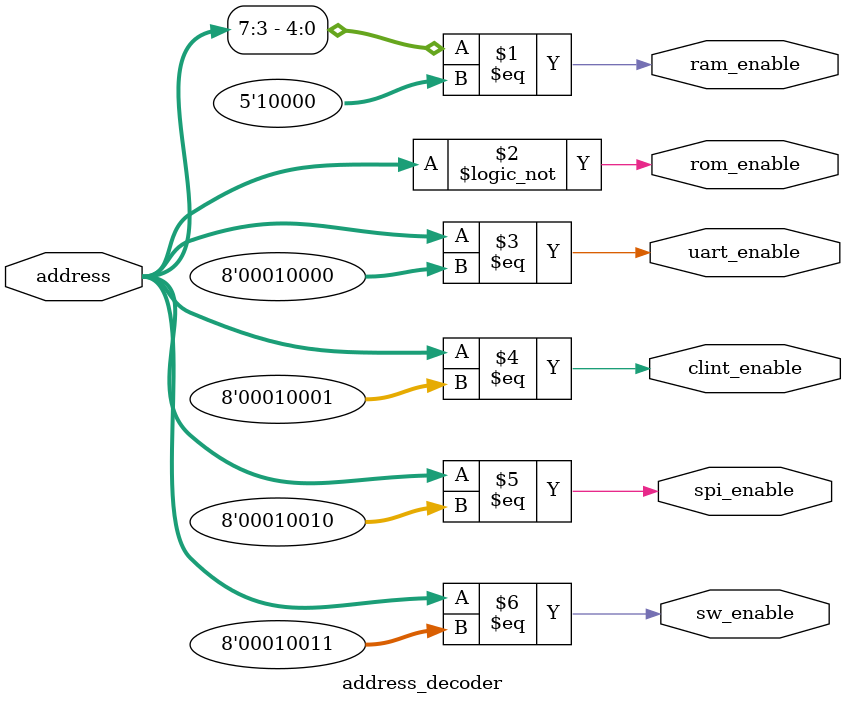
<source format=v>
`timescale 1ns / 1ps


module address_decoder(
    input[7:0] address,     // High byte of the address bus
    output ram_enable,
    output rom_enable,
    output uart_enable,
    output clint_enable,
    output spi_enable,
    output sw_enable
    );


    assign ram_enable   = (address[7:3] == 5'b10000);
    assign rom_enable   = (address[7:0] == 8'b00000000);
    assign uart_enable  = (address[7:0] == 8'b00010000);
    assign clint_enable = (address[7:0] == 8'b00010001);
    assign spi_enable   = (address[7:0] == 8'b00010010);
    assign sw_enable    = (address[7:0] == 8'b00010011);

endmodule

</source>
